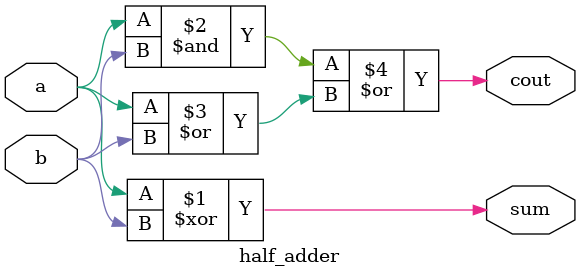
<source format=v>
module half_adder( 
input a, b,
output cout, sum ); 

//sum = a^b = a xor b
assign sum = a ^ b;

//cout = a&b or a||b
assign cout = (a & b) | (a | b);


endmodule

</source>
